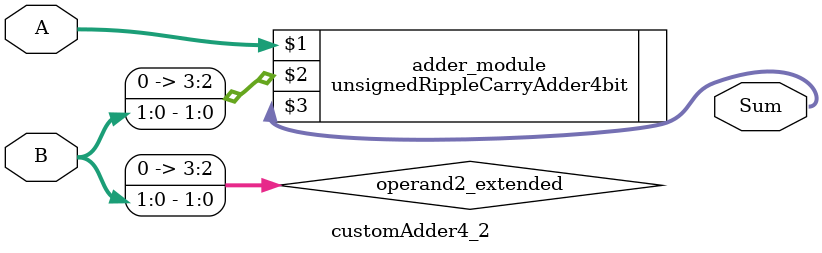
<source format=v>

module customAdder4_2(
                    input [3 : 0] A,
                    input [1 : 0] B,
                    
                    output [4 : 0] Sum
            );

    wire [3 : 0] operand2_extended;
    
    assign operand2_extended =  {2'b0, B};
    
    unsignedRippleCarryAdder4bit adder_module(
        A,
        operand2_extended,
        Sum
    );
    
endmodule
        
</source>
